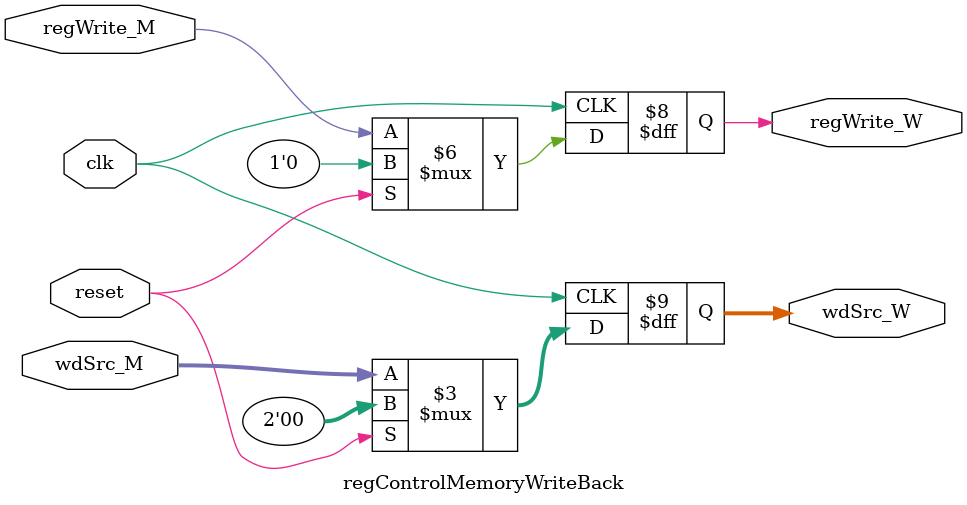
<source format=sv>


module regControlDecodeExecute(
    input logic clk,
    input logic reset,
    input logic clr,
    input logic regWrite,
    input logic [1:0] wdSrc,
    input logic memWrite,
    input logic [2:0] instrFunct3,
    input logic aluSrcA,
    input logic aluSrcB,
    input logic [4:0] aluControl,
    input logic branch,
    input logic jump,
    input logic [1:0] j,
    output logic regWrite_E,
    output logic [1:0] wdSrc_E,
    output logic memWrite_E,
    output logic [2:0] instrFunct3_E,
    output logic aluSrcA_E,
    output logic aluSrcB_E,
    output logic [4:0] aluControl_E,
    output logic branch_E,
    output logic jump_E,
    output logic [1:0] j_E
);

always_ff @( posedge clk ) begin
if (reset | clr) begin
        regWrite_E <= 1'b0;
        wdSrc_E <= 2'b0;
        memWrite_E <= 1'b0;
        instrFunct3_E <= 3'b0;
        aluSrcA_E <= 1'b0;
        aluSrcB_E <= 1'b0;
        aluControl_E <= 5'b0;
        branch_E <= 1'b0;
        jump_E <= 1'b0;
        j_E <= 2'b0;
    end
    else begin
        regWrite_E <= regWrite;
        wdSrc_E <= wdSrc;
        memWrite_E <= memWrite;
        instrFunct3_E <= instrFunct3;
        aluSrcA_E <= aluSrcA;
        aluSrcB_E <= aluSrcB;
        aluControl_E <= aluControl;
        branch_E <= branch;
        jump_E <= jump;
        j_E <= j;
    end
end
endmodule

module regControlExecuteMemory(
    input logic clk,
    input logic reset,
    input logic regWrite_E,
    input logic [1:0] wdSrc_E,
    input logic memWrite_E,
    input logic [2:0] instrFunct3_E,
    output logic regWrite_M,
    output logic [1:0] wdSrc_M,
    output logic memWrite_M,
    output logic [2:0] instrFunct3_M
);

always_ff @( posedge clk ) begin
if (reset) begin
        regWrite_M <= 1'b0;
        wdSrc_M <= 2'b0;
        memWrite_M <= 1'b0;
        instrFunct3_M <= 3'b0;
    end
    else begin
        regWrite_M <= regWrite_E;
        wdSrc_M <= wdSrc_E;
        memWrite_M <= memWrite_E;
        instrFunct3_M <= instrFunct3_E;
    end
end
endmodule

module regControlMemoryWriteBack(
    input logic clk,
    input logic reset,
    input logic regWrite_M,
    input logic [1:0] wdSrc_M,
    output logic regWrite_W,
    output logic [1:0] wdSrc_W
);

always_ff @( posedge clk ) begin
if (reset) begin
        regWrite_W <= 1'b0;
        wdSrc_W <=1'b0;
    end
    else begin
        regWrite_W <= regWrite_M;
        wdSrc_W <= wdSrc_M;
    end
end
endmodule

</source>
